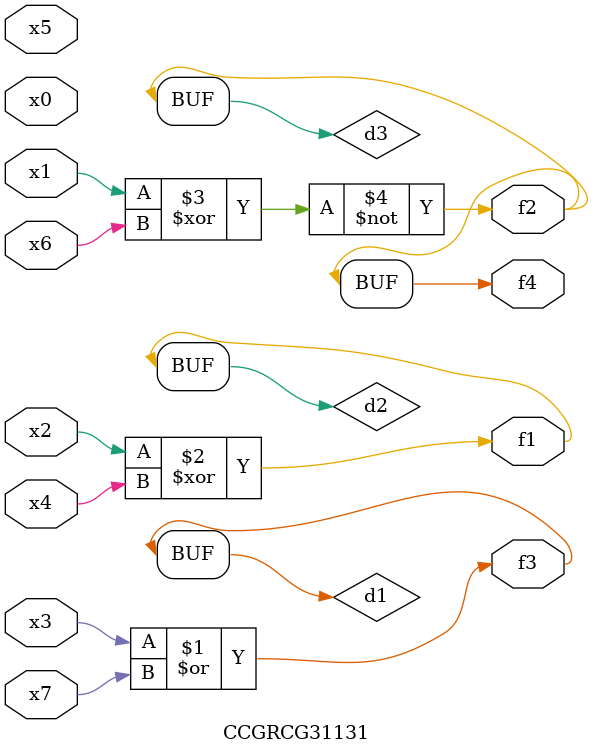
<source format=v>
module CCGRCG31131(
	input x0, x1, x2, x3, x4, x5, x6, x7,
	output f1, f2, f3, f4
);

	wire d1, d2, d3;

	or (d1, x3, x7);
	xor (d2, x2, x4);
	xnor (d3, x1, x6);
	assign f1 = d2;
	assign f2 = d3;
	assign f3 = d1;
	assign f4 = d3;
endmodule

</source>
